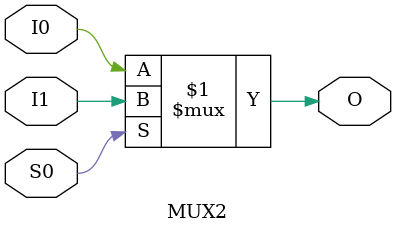
<source format=v>
`ifdef verilator3
`else
`timescale 1 ps / 1 ps
`endif

module MUX2
(
    input  I0,
    input  I1,
    input  S0,
    output O
);

    assign O = (S0) ? I1 : I0;

endmodule

</source>
